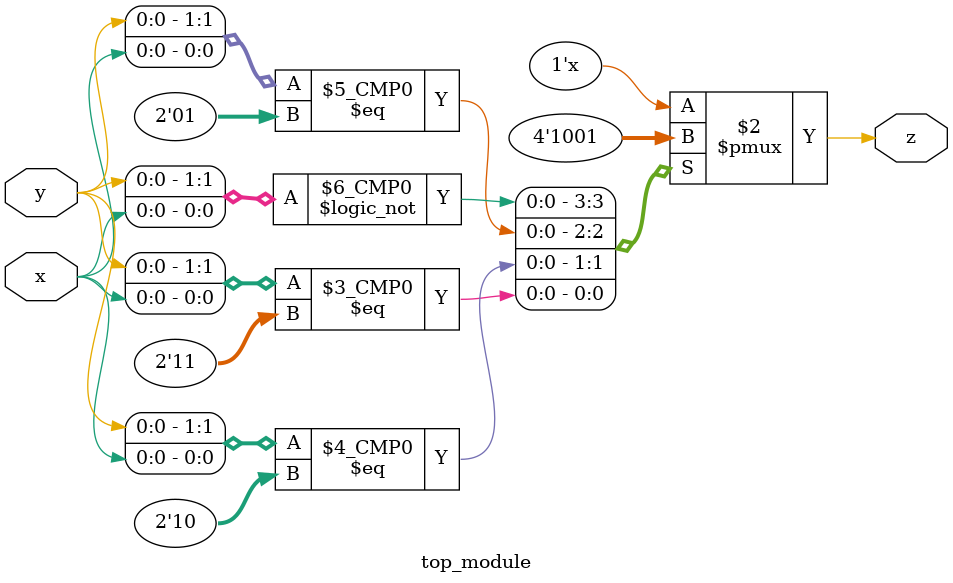
<source format=v>
module top_module ( input x, input y, output z );
    // assign z = ~(y ^ x);
    always @(*) begin
        case({y,x})
            2'b00: z = 1'b1;
            2'b01: z = 1'b0;
            2'b10: z = 1'b0;
            2'b11: z = 1'b1;
        endcase
    end
endmodule

</source>
